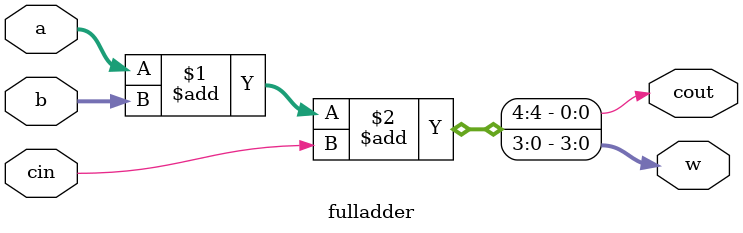
<source format=v>
`timescale 1ns/1ns

module fulladder(a, b, cin, w, cout);
    parameter N = 4;
    input [N - 1:0] a;
    input [N - 1:0] b;
    input cin;
    output [N - 1:0] w;
    output cout;
    assign {cout, w} = a + b + cin;
endmodule
</source>
